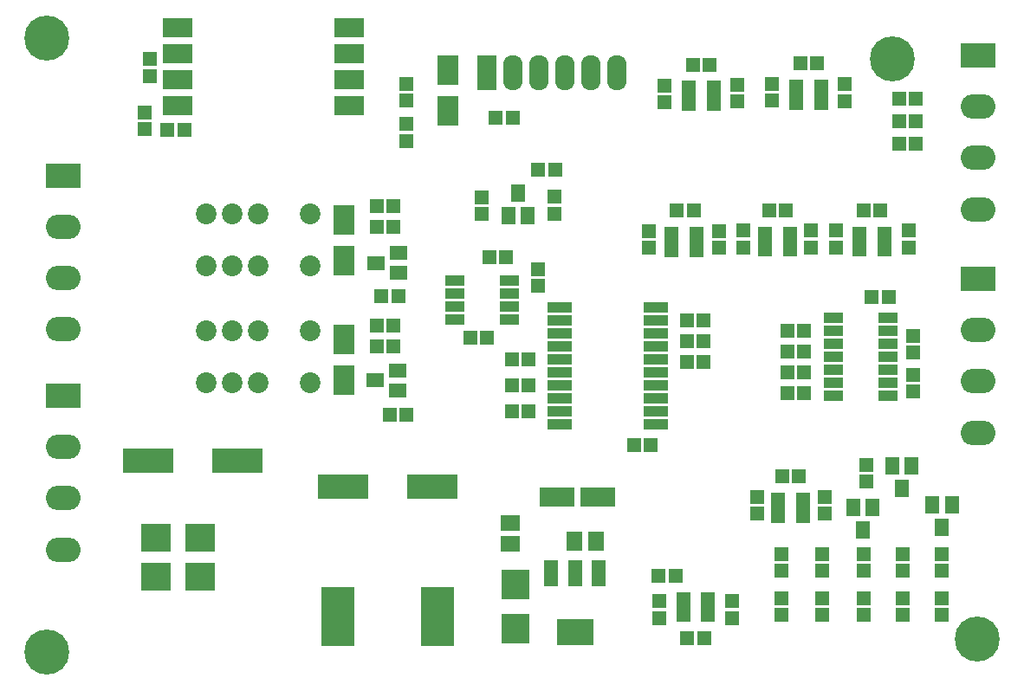
<source format=gts>
G04 #@! TF.FileFunction,Soldermask,Top*
%FSLAX46Y46*%
G04 Gerber Fmt 4.6, Leading zero omitted, Abs format (unit mm)*
G04 Created by KiCad (PCBNEW 4.0.7) date 12/16/17 16:03:18*
%MOMM*%
%LPD*%
G01*
G04 APERTURE LIST*
%ADD10C,0.100000*%
%ADD11R,5.000000X2.400000*%
%ADD12R,1.400000X1.350000*%
%ADD13R,2.350000X1.000000*%
%ADD14R,1.350000X1.400000*%
%ADD15R,1.400000X1.800000*%
%ADD16R,1.850000X1.550000*%
%ADD17R,1.550000X1.850000*%
%ADD18R,1.350000X2.550000*%
%ADD19R,3.650000X2.550000*%
%ADD20R,3.400000X1.900000*%
%ADD21R,2.700000X2.900000*%
%ADD22R,2.100000X2.900000*%
%ADD23R,2.900000X2.700000*%
%ADD24R,3.400000X2.400000*%
%ADD25O,3.400000X2.400000*%
%ADD26R,3.300000X5.800000*%
%ADD27C,4.400000*%
%ADD28R,1.800000X1.400000*%
%ADD29R,1.950000X1.000000*%
%ADD30R,1.400000X1.100000*%
%ADD31C,2.025000*%
%ADD32R,2.940000X1.920000*%
%ADD33R,1.924000X3.448000*%
%ADD34O,1.924000X3.448000*%
G04 APERTURE END LIST*
D10*
D11*
X71660000Y-149860000D03*
X62960000Y-149860000D03*
D12*
X118925000Y-116300000D03*
X117275000Y-116300000D03*
X118925000Y-111900000D03*
X117275000Y-111900000D03*
D13*
X93474000Y-132334000D03*
X93474000Y-134874000D03*
X93474000Y-136144000D03*
X93474000Y-133604000D03*
X93474000Y-137414000D03*
X93474000Y-143764000D03*
X93474000Y-139954000D03*
X93474000Y-142494000D03*
X93474000Y-141224000D03*
X93474000Y-138684000D03*
X84074000Y-138684000D03*
X84074000Y-141224000D03*
X84074000Y-142494000D03*
X84074000Y-139954000D03*
X84074000Y-143764000D03*
X84074000Y-137414000D03*
X84074000Y-133604000D03*
X84074000Y-136144000D03*
X84074000Y-134874000D03*
X84074000Y-132334000D03*
D12*
X82005000Y-118806000D03*
X83655000Y-118806000D03*
D14*
X76480000Y-123187000D03*
X76480000Y-121537000D03*
X83592000Y-123124000D03*
X83592000Y-121474000D03*
D15*
X79086000Y-123292000D03*
X80986000Y-123292000D03*
X80036000Y-121092000D03*
D16*
X79248000Y-153407000D03*
X79248000Y-155457000D03*
D17*
X87639000Y-155194000D03*
X85589000Y-155194000D03*
D18*
X87898000Y-158284000D03*
X85598000Y-158284000D03*
X83298000Y-158284000D03*
D19*
X85598000Y-164084000D03*
D20*
X83852000Y-150876000D03*
X87852000Y-150876000D03*
D21*
X79756000Y-159394000D03*
X79756000Y-163694000D03*
D14*
X69088000Y-110427000D03*
X69088000Y-112077000D03*
X44069000Y-108014000D03*
X44069000Y-109664000D03*
D12*
X116268000Y-131318000D03*
X114618000Y-131318000D03*
D14*
X102090000Y-126451000D03*
X102090000Y-124801000D03*
X108694000Y-124801000D03*
X108694000Y-126451000D03*
X103378000Y-152463000D03*
X103378000Y-150813000D03*
X109982000Y-150813000D03*
X109982000Y-152463000D03*
D12*
X78886000Y-127363000D03*
X77236000Y-127363000D03*
D14*
X92818000Y-126479000D03*
X92818000Y-124829000D03*
X99676000Y-124829000D03*
X99676000Y-126479000D03*
X100974000Y-161023000D03*
X100974000Y-162673000D03*
X93862000Y-162673000D03*
X93862000Y-161023000D03*
X104892000Y-112077000D03*
X104892000Y-110427000D03*
X112004000Y-110490000D03*
X112004000Y-112140000D03*
X111080000Y-126431000D03*
X111080000Y-124781000D03*
X118192000Y-124781000D03*
X118192000Y-126431000D03*
X94388000Y-112252000D03*
X94388000Y-110602000D03*
X101500000Y-110539000D03*
X101500000Y-112189000D03*
D11*
X52610000Y-147320000D03*
X43910000Y-147320000D03*
D22*
X73152000Y-109125000D03*
X73152000Y-113125000D03*
D14*
X121412000Y-160719000D03*
X121412000Y-162369000D03*
X117602000Y-160719000D03*
X117602000Y-162369000D03*
X113792000Y-160719000D03*
X113792000Y-162369000D03*
D12*
X67881000Y-122428000D03*
X66231000Y-122428000D03*
D22*
X62992000Y-123730000D03*
X62992000Y-127730000D03*
D12*
X67881000Y-134112000D03*
X66231000Y-134112000D03*
D22*
X62992000Y-135414000D03*
X62992000Y-139414000D03*
D14*
X105791000Y-160719000D03*
X105791000Y-162369000D03*
X109728000Y-160719000D03*
X109728000Y-162369000D03*
D23*
X48980000Y-154800000D03*
X44680000Y-154800000D03*
X44680000Y-158610000D03*
X48980000Y-158610000D03*
D24*
X124968000Y-129540000D03*
D25*
X124968000Y-134540000D03*
X124968000Y-139540000D03*
X124968000Y-144540000D03*
D24*
X35560000Y-119460000D03*
D25*
X35560000Y-124460000D03*
X35560000Y-129460000D03*
X35560000Y-134460000D03*
D24*
X124968000Y-107696000D03*
D25*
X124968000Y-112696000D03*
X124968000Y-117696000D03*
X124968000Y-122696000D03*
D24*
X35560000Y-140970000D03*
D25*
X35560000Y-145970000D03*
X35560000Y-150970000D03*
X35560000Y-155970000D03*
D26*
X62460000Y-162560000D03*
X72160000Y-162560000D03*
D27*
X34000000Y-166000000D03*
X124900000Y-164700000D03*
X116600000Y-108000000D03*
X34000000Y-106000000D03*
D15*
X122428000Y-151638000D03*
X120528000Y-151638000D03*
X121478000Y-153838000D03*
X118486000Y-147828000D03*
X116586000Y-147828000D03*
X117536000Y-150028000D03*
X114676000Y-151892000D03*
X112776000Y-151892000D03*
X113726000Y-154092000D03*
D28*
X68326000Y-128900000D03*
X68326000Y-127000000D03*
X66126000Y-127950000D03*
X68240000Y-140396000D03*
X68240000Y-138496000D03*
X66040000Y-139446000D03*
D14*
X118618000Y-135065000D03*
X118618000Y-136715000D03*
X118618000Y-140525000D03*
X118618000Y-138875000D03*
X69088000Y-116014000D03*
X69088000Y-114364000D03*
D12*
X79501000Y-113792000D03*
X77851000Y-113792000D03*
X108013000Y-134620000D03*
X106363000Y-134620000D03*
X106363000Y-136652000D03*
X108013000Y-136652000D03*
X108013000Y-138684000D03*
X106363000Y-138684000D03*
X45784000Y-114935000D03*
X47434000Y-114935000D03*
X98193000Y-133550000D03*
X96543000Y-133550000D03*
X98193000Y-135582000D03*
X96543000Y-135582000D03*
X93799000Y-158546000D03*
X95449000Y-158546000D03*
X108013000Y-140716000D03*
X106363000Y-140716000D03*
D14*
X43561000Y-113221000D03*
X43561000Y-114871000D03*
D12*
X104567000Y-122832000D03*
X106217000Y-122832000D03*
X105855000Y-148844000D03*
X107505000Y-148844000D03*
D14*
X121412000Y-156401000D03*
X121412000Y-158051000D03*
X117602000Y-156401000D03*
X117602000Y-158051000D03*
X113792000Y-156401000D03*
X113792000Y-158051000D03*
D12*
X79439000Y-139954000D03*
X81089000Y-139954000D03*
X75375000Y-135300000D03*
X77025000Y-135300000D03*
D14*
X81998000Y-128570000D03*
X81998000Y-130220000D03*
D12*
X93027000Y-145796000D03*
X91377000Y-145796000D03*
X81089000Y-142494000D03*
X79439000Y-142494000D03*
X95549000Y-122860000D03*
X97199000Y-122860000D03*
X98243000Y-164642000D03*
X96593000Y-164642000D03*
X107623000Y-108458000D03*
X109273000Y-108458000D03*
X67881000Y-124460000D03*
X66231000Y-124460000D03*
X68325000Y-131200000D03*
X66675000Y-131200000D03*
X113811000Y-122812000D03*
X115461000Y-122812000D03*
X97119000Y-108570000D03*
X98769000Y-108570000D03*
X118925000Y-114100000D03*
X117275000Y-114100000D03*
X67881000Y-136144000D03*
X66231000Y-136144000D03*
X69125000Y-142800000D03*
X67475000Y-142800000D03*
D14*
X109728000Y-158051000D03*
X109728000Y-156401000D03*
X105791000Y-158051000D03*
X105791000Y-156401000D03*
D29*
X110838000Y-133350000D03*
X110838000Y-134620000D03*
X110838000Y-135890000D03*
X110838000Y-137160000D03*
X110838000Y-138430000D03*
X110838000Y-139700000D03*
X110838000Y-140970000D03*
X116238000Y-140970000D03*
X116238000Y-139700000D03*
X116238000Y-138430000D03*
X116238000Y-137160000D03*
X116238000Y-135890000D03*
X116238000Y-134620000D03*
X116238000Y-133350000D03*
D30*
X104192000Y-124930000D03*
X104192000Y-125880000D03*
X104192000Y-126830000D03*
X106592000Y-126830000D03*
X106592000Y-125880000D03*
X106592000Y-124930000D03*
X105480000Y-150942000D03*
X105480000Y-151892000D03*
X105480000Y-152842000D03*
X107880000Y-152842000D03*
X107880000Y-151892000D03*
X107880000Y-150942000D03*
D29*
X73837000Y-129649000D03*
X73837000Y-130919000D03*
X73837000Y-132189000D03*
X73837000Y-133459000D03*
X79237000Y-133459000D03*
X79237000Y-132189000D03*
X79237000Y-130919000D03*
X79237000Y-129649000D03*
D30*
X95047000Y-124958000D03*
X95047000Y-125908000D03*
X95047000Y-126858000D03*
X97447000Y-126858000D03*
X97447000Y-125908000D03*
X97447000Y-124958000D03*
X98618000Y-162544000D03*
X98618000Y-161594000D03*
X98618000Y-160644000D03*
X96218000Y-160644000D03*
X96218000Y-161594000D03*
X96218000Y-162544000D03*
X107248000Y-110556000D03*
X107248000Y-111506000D03*
X107248000Y-112456000D03*
X109648000Y-112456000D03*
X109648000Y-111506000D03*
X109648000Y-110556000D03*
X113436000Y-124910000D03*
X113436000Y-125860000D03*
X113436000Y-126810000D03*
X115836000Y-126810000D03*
X115836000Y-125860000D03*
X115836000Y-124910000D03*
X96744000Y-110668000D03*
X96744000Y-111618000D03*
X96744000Y-112568000D03*
X99144000Y-112568000D03*
X99144000Y-111618000D03*
X99144000Y-110668000D03*
D31*
X59690000Y-123190000D03*
X54610000Y-123190000D03*
X52070000Y-123190000D03*
X49530000Y-123190000D03*
X49530000Y-128270000D03*
X52070000Y-128270000D03*
X54610000Y-128270000D03*
X59690000Y-128270000D03*
X59690000Y-134620000D03*
X54610000Y-134620000D03*
X52070000Y-134620000D03*
X49530000Y-134620000D03*
X49530000Y-139700000D03*
X52070000Y-139700000D03*
X54610000Y-139700000D03*
X59690000Y-139700000D03*
D32*
X46736000Y-104960000D03*
X46736000Y-107500000D03*
X46736000Y-110040000D03*
X46736000Y-112580000D03*
X63496000Y-104960000D03*
X63496000Y-107500000D03*
X63496000Y-110040000D03*
X63496000Y-112580000D03*
D12*
X96543000Y-137614000D03*
X98193000Y-137614000D03*
X81089000Y-137414000D03*
X79439000Y-137414000D03*
D14*
X114046000Y-147702000D03*
X114046000Y-149352000D03*
D33*
X76962000Y-109347000D03*
D34*
X79502000Y-109347000D03*
X82042000Y-109347000D03*
X84582000Y-109347000D03*
X87122000Y-109347000D03*
X89662000Y-109347000D03*
M02*

</source>
